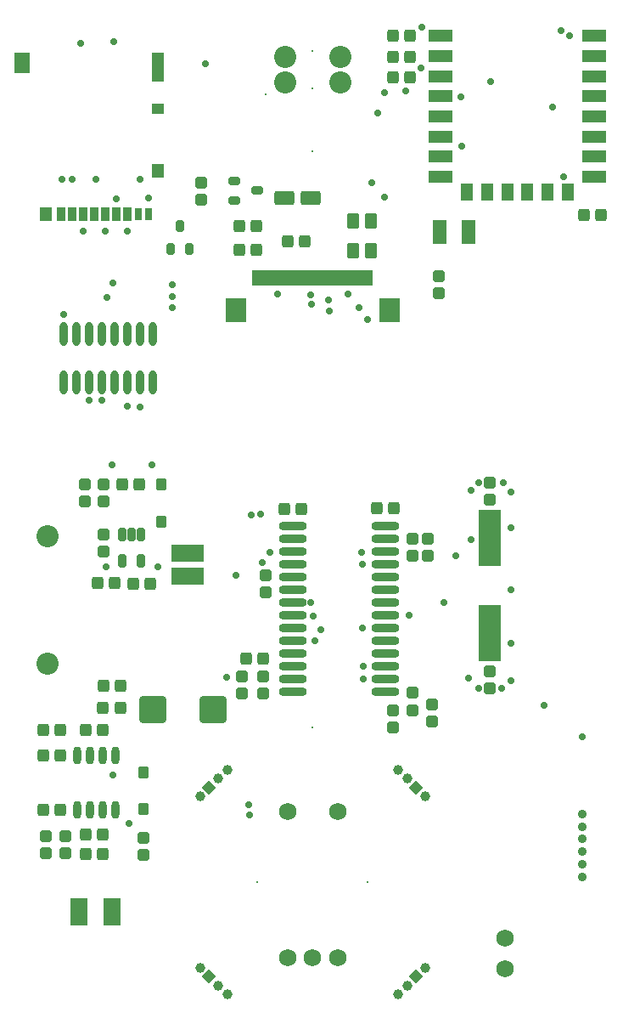
<source format=gts>
G04 Layer_Color=8388736*
%FSLAX44Y44*%
%MOMM*%
G71*
G01*
G75*
G04:AMPARAMS|DCode=52|XSize=1.2032mm|YSize=1.1032mm|CornerRadius=0.2141mm|HoleSize=0mm|Usage=FLASHONLY|Rotation=0.000|XOffset=0mm|YOffset=0mm|HoleType=Round|Shape=RoundedRectangle|*
%AMROUNDEDRECTD52*
21,1,1.2032,0.6750,0,0,0.0*
21,1,0.7750,1.1032,0,0,0.0*
1,1,0.4282,0.3875,-0.3375*
1,1,0.4282,-0.3875,-0.3375*
1,1,0.4282,-0.3875,0.3375*
1,1,0.4282,0.3875,0.3375*
%
%ADD52ROUNDEDRECTD52*%
%ADD53R,2.2032X5.7032*%
%ADD54R,1.5032X2.1032*%
%ADD55R,1.2032X3.0032*%
%ADD56R,1.2032X1.0032*%
%ADD57R,1.2032X1.4032*%
%ADD58R,0.8000X1.3000*%
%ADD59R,0.9032X1.4032*%
%ADD60O,2.8032X0.9032*%
G04:AMPARAMS|DCode=61|XSize=1.2032mm|YSize=1.1032mm|CornerRadius=0.2141mm|HoleSize=0mm|Usage=FLASHONLY|Rotation=270.000|XOffset=0mm|YOffset=0mm|HoleType=Round|Shape=RoundedRectangle|*
%AMROUNDEDRECTD61*
21,1,1.2032,0.6750,0,0,270.0*
21,1,0.7750,1.1032,0,0,270.0*
1,1,0.4282,-0.3375,-0.3875*
1,1,0.4282,-0.3375,0.3875*
1,1,0.4282,0.3375,0.3875*
1,1,0.4282,0.3375,-0.3875*
%
%ADD61ROUNDEDRECTD61*%
G04:AMPARAMS|DCode=62|XSize=2.0032mm|YSize=1.4032mm|CornerRadius=0.2516mm|HoleSize=0mm|Usage=FLASHONLY|Rotation=180.000|XOffset=0mm|YOffset=0mm|HoleType=Round|Shape=RoundedRectangle|*
%AMROUNDEDRECTD62*
21,1,2.0032,0.9000,0,0,180.0*
21,1,1.5000,1.4032,0,0,180.0*
1,1,0.5032,-0.7500,0.4500*
1,1,0.5032,0.7500,0.4500*
1,1,0.5032,0.7500,-0.4500*
1,1,0.5032,-0.7500,-0.4500*
%
%ADD62ROUNDEDRECTD62*%
%ADD63R,2.0032X2.4032*%
%ADD64R,0.5032X1.5032*%
G04:AMPARAMS|DCode=65|XSize=0.8032mm|YSize=1.2032mm|CornerRadius=0.1766mm|HoleSize=0mm|Usage=FLASHONLY|Rotation=270.000|XOffset=0mm|YOffset=0mm|HoleType=Round|Shape=RoundedRectangle|*
%AMROUNDEDRECTD65*
21,1,0.8032,0.8500,0,0,270.0*
21,1,0.4500,1.2032,0,0,270.0*
1,1,0.3532,-0.4250,-0.2250*
1,1,0.3532,-0.4250,0.2250*
1,1,0.3532,0.4250,0.2250*
1,1,0.3532,0.4250,-0.2250*
%
%ADD65ROUNDEDRECTD65*%
G04:AMPARAMS|DCode=66|XSize=1.6032mm|YSize=1.2032mm|CornerRadius=0.2266mm|HoleSize=0mm|Usage=FLASHONLY|Rotation=270.000|XOffset=0mm|YOffset=0mm|HoleType=Round|Shape=RoundedRectangle|*
%AMROUNDEDRECTD66*
21,1,1.6032,0.7500,0,0,270.0*
21,1,1.1500,1.2032,0,0,270.0*
1,1,0.4532,-0.3750,-0.5750*
1,1,0.4532,-0.3750,0.5750*
1,1,0.4532,0.3750,0.5750*
1,1,0.4532,0.3750,-0.5750*
%
%ADD66ROUNDEDRECTD66*%
G04:AMPARAMS|DCode=67|XSize=0.8032mm|YSize=1.3032mm|CornerRadius=0.1766mm|HoleSize=0mm|Usage=FLASHONLY|Rotation=180.000|XOffset=0mm|YOffset=0mm|HoleType=Round|Shape=RoundedRectangle|*
%AMROUNDEDRECTD67*
21,1,0.8032,0.9500,0,0,180.0*
21,1,0.4500,1.3032,0,0,180.0*
1,1,0.3532,-0.2250,0.4750*
1,1,0.3532,0.2250,0.4750*
1,1,0.3532,0.2250,-0.4750*
1,1,0.3532,-0.2250,-0.4750*
%
%ADD67ROUNDEDRECTD67*%
G04:AMPARAMS|DCode=68|XSize=1.0032mm|YSize=1.2032mm|CornerRadius=0.2016mm|HoleSize=0mm|Usage=FLASHONLY|Rotation=0.000|XOffset=0mm|YOffset=0mm|HoleType=Round|Shape=RoundedRectangle|*
%AMROUNDEDRECTD68*
21,1,1.0032,0.8000,0,0,0.0*
21,1,0.6000,1.2032,0,0,0.0*
1,1,0.4032,0.3000,-0.4000*
1,1,0.4032,-0.3000,-0.4000*
1,1,0.4032,-0.3000,0.4000*
1,1,0.4032,0.3000,0.4000*
%
%ADD68ROUNDEDRECTD68*%
%ADD69O,0.8032X2.4032*%
%ADD70O,0.8032X1.8032*%
G04:AMPARAMS|DCode=71|XSize=2.6532mm|YSize=2.7532mm|CornerRadius=0.3466mm|HoleSize=0mm|Usage=FLASHONLY|Rotation=90.000|XOffset=0mm|YOffset=0mm|HoleType=Round|Shape=RoundedRectangle|*
%AMROUNDEDRECTD71*
21,1,2.6532,2.0600,0,0,90.0*
21,1,1.9600,2.7532,0,0,90.0*
1,1,0.6932,1.0300,0.9800*
1,1,0.6932,1.0300,-0.9800*
1,1,0.6932,-1.0300,-0.9800*
1,1,0.6932,-1.0300,0.9800*
%
%ADD71ROUNDEDRECTD71*%
G04:AMPARAMS|DCode=72|XSize=0.8032mm|YSize=1.2032mm|CornerRadius=0.1766mm|HoleSize=0mm|Usage=FLASHONLY|Rotation=0.000|XOffset=0mm|YOffset=0mm|HoleType=Round|Shape=RoundedRectangle|*
%AMROUNDEDRECTD72*
21,1,0.8032,0.8500,0,0,0.0*
21,1,0.4500,1.2032,0,0,0.0*
1,1,0.3532,0.2250,-0.4250*
1,1,0.3532,-0.2250,-0.4250*
1,1,0.3532,-0.2250,0.4250*
1,1,0.3532,0.2250,0.4250*
%
%ADD72ROUNDEDRECTD72*%
%ADD73R,3.2532X1.7232*%
%ADD74R,1.7532X2.8032*%
%ADD75R,1.2032X1.7032*%
%ADD76R,2.4532X1.2032*%
%ADD77R,1.3462X2.4892*%
%ADD78C,1.7272*%
%ADD79C,0.2032*%
%ADD80C,2.2032*%
%ADD81C,1.0000*%
%ADD82P,1.4142X4X90.0*%
%ADD83P,1.4142X4X180.0*%
%ADD84C,0.9032*%
%ADD85R,0.2032X0.2032*%
%ADD86C,0.7032*%
D52*
X253500Y423000D02*
D03*
Y440000D02*
D03*
X400000Y305500D02*
D03*
Y322500D02*
D03*
X380500Y288500D02*
D03*
Y305500D02*
D03*
X477000Y532000D02*
D03*
Y515000D02*
D03*
X477000Y327000D02*
D03*
Y344000D02*
D03*
X419500Y294000D02*
D03*
Y311000D02*
D03*
X399500Y476500D02*
D03*
Y459500D02*
D03*
X415000Y476500D02*
D03*
Y459500D02*
D03*
X229500Y322000D02*
D03*
Y339000D02*
D03*
X250500Y322000D02*
D03*
Y339000D02*
D03*
X188500Y814250D02*
D03*
Y831250D02*
D03*
X91250Y480250D02*
D03*
Y463250D02*
D03*
Y530500D02*
D03*
Y513500D02*
D03*
X73250Y530500D02*
D03*
Y513500D02*
D03*
X53500Y179750D02*
D03*
Y162750D02*
D03*
X131500Y178500D02*
D03*
Y161500D02*
D03*
X34070Y162750D02*
D03*
Y179750D02*
D03*
X425767Y737500D02*
D03*
Y720500D02*
D03*
D53*
X477000Y382000D02*
D03*
Y477000D02*
D03*
D54*
X10500Y950500D02*
D03*
D55*
X145500Y946000D02*
D03*
D56*
Y904500D02*
D03*
D57*
Y842500D02*
D03*
X34000Y799500D02*
D03*
D58*
X136000D02*
D03*
X126500D02*
D03*
D59*
X115500D02*
D03*
X104500D02*
D03*
X93500D02*
D03*
X82500D02*
D03*
X71500D02*
D03*
X60500D02*
D03*
X49500D02*
D03*
D60*
X372500Y323950D02*
D03*
Y336650D02*
D03*
Y349350D02*
D03*
Y362050D02*
D03*
Y374750D02*
D03*
Y387450D02*
D03*
Y400150D02*
D03*
Y412850D02*
D03*
Y425550D02*
D03*
Y438250D02*
D03*
Y450950D02*
D03*
Y463650D02*
D03*
Y476350D02*
D03*
Y489050D02*
D03*
X280500Y323950D02*
D03*
Y336650D02*
D03*
Y349350D02*
D03*
Y362050D02*
D03*
Y374750D02*
D03*
Y387450D02*
D03*
Y400150D02*
D03*
Y412850D02*
D03*
Y425550D02*
D03*
Y438250D02*
D03*
Y450950D02*
D03*
Y463650D02*
D03*
Y476350D02*
D03*
Y489050D02*
D03*
D61*
X275000Y772250D02*
D03*
X292000D02*
D03*
X227250Y787500D02*
D03*
X244250D02*
D03*
X244250Y763750D02*
D03*
X227250D02*
D03*
X138000Y431500D02*
D03*
X121000D02*
D03*
X85750Y431750D02*
D03*
X102750D02*
D03*
X127250Y530500D02*
D03*
X110250D02*
D03*
X91000Y307500D02*
D03*
X108000D02*
D03*
X48000Y260250D02*
D03*
X31000D02*
D03*
X48000Y206250D02*
D03*
X31000D02*
D03*
X74000Y285250D02*
D03*
X91000D02*
D03*
X73830Y162370D02*
D03*
X90830D02*
D03*
X73830Y181420D02*
D03*
X90830D02*
D03*
X272000Y505500D02*
D03*
X289000D02*
D03*
X31000Y285250D02*
D03*
X48000D02*
D03*
X91250Y329750D02*
D03*
X108250D02*
D03*
X234000Y356500D02*
D03*
X251000D02*
D03*
X397500Y977000D02*
D03*
X380500D02*
D03*
X380500Y956250D02*
D03*
X397500D02*
D03*
X380500Y935500D02*
D03*
X397500D02*
D03*
X381000Y506500D02*
D03*
X364000D02*
D03*
X588000Y798500D02*
D03*
X571000D02*
D03*
D62*
X297750Y815500D02*
D03*
X271750D02*
D03*
D63*
X223500Y703500D02*
D03*
X376500D02*
D03*
D64*
X242500Y736000D02*
D03*
X247500D02*
D03*
X252500D02*
D03*
X257500D02*
D03*
X262500D02*
D03*
X267500D02*
D03*
X272500D02*
D03*
X277500D02*
D03*
X282500D02*
D03*
X287500D02*
D03*
X292500D02*
D03*
X297500D02*
D03*
X302500D02*
D03*
X307500D02*
D03*
X312500D02*
D03*
X317500D02*
D03*
X322500D02*
D03*
X327500D02*
D03*
X332500D02*
D03*
X337500D02*
D03*
X342500D02*
D03*
X347500D02*
D03*
X352500D02*
D03*
X357500D02*
D03*
D65*
X245000Y823000D02*
D03*
X222000Y813500D02*
D03*
Y832500D02*
D03*
D66*
X358500Y792750D02*
D03*
X340500D02*
D03*
Y763000D02*
D03*
X358500D02*
D03*
D67*
X109750Y454250D02*
D03*
X128750Y480250D02*
D03*
X119250D02*
D03*
X109750D02*
D03*
X128750Y454250D02*
D03*
D68*
X131500Y243500D02*
D03*
Y206500D02*
D03*
X148750Y493000D02*
D03*
Y530000D02*
D03*
D69*
X140450Y680000D02*
D03*
X127750D02*
D03*
X115050D02*
D03*
X102350D02*
D03*
X89650D02*
D03*
X76950D02*
D03*
X64250D02*
D03*
X140450Y632000D02*
D03*
X127750D02*
D03*
X115050D02*
D03*
X102350D02*
D03*
X89650D02*
D03*
X76950D02*
D03*
X64250D02*
D03*
X51550Y680000D02*
D03*
Y632000D02*
D03*
D70*
X103610Y260280D02*
D03*
X90910D02*
D03*
X78210D02*
D03*
X65510D02*
D03*
X103610Y206280D02*
D03*
X90910D02*
D03*
X78210D02*
D03*
X65510D02*
D03*
D71*
X140250Y306000D02*
D03*
X200750D02*
D03*
D72*
X167750Y787500D02*
D03*
X177250Y764500D02*
D03*
X158250D02*
D03*
D73*
X175000Y438550D02*
D03*
Y461450D02*
D03*
D74*
X67100Y104500D02*
D03*
X99900D02*
D03*
D75*
X554250Y822000D02*
D03*
X534250D02*
D03*
X514250D02*
D03*
X494250D02*
D03*
X474250D02*
D03*
X454250D02*
D03*
D76*
X428000Y837000D02*
D03*
Y857000D02*
D03*
Y877000D02*
D03*
Y897000D02*
D03*
Y917000D02*
D03*
Y937000D02*
D03*
Y957000D02*
D03*
Y977000D02*
D03*
X580500D02*
D03*
Y957000D02*
D03*
Y937000D02*
D03*
Y917000D02*
D03*
Y897000D02*
D03*
Y877000D02*
D03*
Y857000D02*
D03*
Y837000D02*
D03*
D77*
X455605Y782000D02*
D03*
X426395D02*
D03*
D78*
X492000Y78000D02*
D03*
Y48000D02*
D03*
X275000Y59000D02*
D03*
X300000D02*
D03*
X325000D02*
D03*
Y204000D02*
D03*
X275000D02*
D03*
D79*
X300000Y862000D02*
D03*
Y288000D02*
D03*
Y962500D02*
D03*
Y924500D02*
D03*
X253500Y919000D02*
D03*
X245000Y134000D02*
D03*
D80*
X35800Y478500D02*
D03*
Y351500D02*
D03*
X272500Y956200D02*
D03*
Y930800D02*
D03*
X327500D02*
D03*
Y956200D02*
D03*
D81*
X385270Y22000D02*
D03*
X394250Y30980D02*
D03*
X412211Y48941D02*
D03*
X214710Y22000D02*
D03*
X205730Y30980D02*
D03*
X187769Y48941D02*
D03*
X385270Y246210D02*
D03*
X394250Y237230D02*
D03*
X412211Y219269D02*
D03*
X214710Y246210D02*
D03*
X205730Y237230D02*
D03*
X187769Y219270D02*
D03*
D82*
X403231Y39960D02*
D03*
X196749Y228250D02*
D03*
D83*
Y39961D02*
D03*
X403230Y228249D02*
D03*
D84*
X569000Y139500D02*
D03*
Y152000D02*
D03*
Y164500D02*
D03*
Y177000D02*
D03*
Y189500D02*
D03*
Y202000D02*
D03*
D85*
X355000Y134000D02*
D03*
D86*
X100750Y731250D02*
D03*
X76750Y614000D02*
D03*
X89650Y614150D02*
D03*
X308000Y385500D02*
D03*
X299000Y709500D02*
D03*
X52000Y700000D02*
D03*
X316500Y703000D02*
D03*
X316000Y714000D02*
D03*
X556000Y977000D02*
D03*
X548000Y982500D02*
D03*
X448000Y916000D02*
D03*
X539000Y906000D02*
D03*
X408500Y945500D02*
D03*
X409000Y985500D02*
D03*
X100500Y240499D02*
D03*
X265000Y720000D02*
D03*
X257500Y463000D02*
D03*
X301000Y399500D02*
D03*
X302500Y374500D02*
D03*
X350000Y387500D02*
D03*
X214000Y338500D02*
D03*
X136500Y815500D02*
D03*
X104500Y815000D02*
D03*
X128000Y834000D02*
D03*
X50000D02*
D03*
X83500D02*
D03*
X250000Y452500D02*
D03*
X449000Y867000D02*
D03*
X93750Y448500D02*
D03*
X117250Y192750D02*
D03*
X358750Y830500D02*
D03*
X371500Y816250D02*
D03*
X497750Y425000D02*
D03*
X350650Y336650D02*
D03*
X350650Y349350D02*
D03*
X145500Y448500D02*
D03*
X68500Y970000D02*
D03*
X102000Y971500D02*
D03*
X193000Y949500D02*
D03*
X223500Y440000D02*
D03*
X297850Y412850D02*
D03*
X569000Y279000D02*
D03*
X530500Y310500D02*
D03*
X395850Y400150D02*
D03*
X237000Y201000D02*
D03*
X236500Y211500D02*
D03*
X248500Y500500D02*
D03*
X238500Y500000D02*
D03*
X115050Y607950D02*
D03*
X95000Y717000D02*
D03*
X71500Y783000D02*
D03*
X115500D02*
D03*
X93500D02*
D03*
X160000Y706500D02*
D03*
Y717750D02*
D03*
Y729000D02*
D03*
X346500Y706500D02*
D03*
X355000Y694500D02*
D03*
X477500Y932000D02*
D03*
X298000Y719500D02*
D03*
X550500Y837000D02*
D03*
X349000Y463000D02*
D03*
X350000Y450950D02*
D03*
X458000Y475000D02*
D03*
Y524500D02*
D03*
X465500Y532000D02*
D03*
X497750Y335000D02*
D03*
X488500Y327000D02*
D03*
X466000D02*
D03*
X455500Y337500D02*
D03*
X442500Y459500D02*
D03*
X430650Y412850D02*
D03*
X100000Y550000D02*
D03*
X140000D02*
D03*
X60000Y834500D02*
D03*
X334999Y719999D02*
D03*
X371500Y921000D02*
D03*
X490000Y532000D02*
D03*
X497500Y522500D02*
D03*
X127750Y607750D02*
D03*
X365000Y900000D02*
D03*
X392500Y922500D02*
D03*
X497500Y487500D02*
D03*
X497750Y372000D02*
D03*
M02*

</source>
